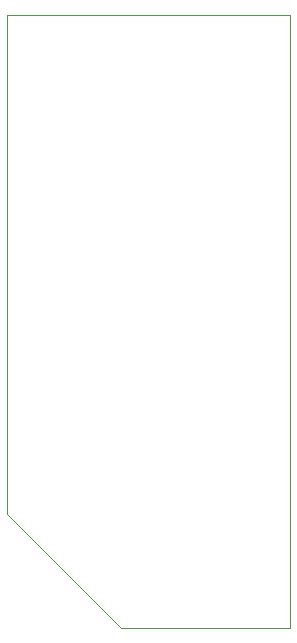
<source format=gbr>
%TF.GenerationSoftware,KiCad,Pcbnew,7.0.1*%
%TF.CreationDate,2023-04-17T09:27:04+12:00*%
%TF.ProjectId,MCT8329A-breakout,4d435438-3332-4394-912d-627265616b6f,1.0*%
%TF.SameCoordinates,Original*%
%TF.FileFunction,Profile,NP*%
%FSLAX46Y46*%
G04 Gerber Fmt 4.6, Leading zero omitted, Abs format (unit mm)*
G04 Created by KiCad (PCBNEW 7.0.1) date 2023-04-17 09:27:04*
%MOMM*%
%LPD*%
G01*
G04 APERTURE LIST*
%TA.AperFunction,Profile*%
%ADD10C,0.001000*%
%TD*%
G04 APERTURE END LIST*
D10*
X130720000Y-58260000D02*
X130720000Y-100550000D01*
X140330000Y-110160000D02*
X154660000Y-110160000D01*
X154660000Y-110160000D02*
X154660000Y-58260000D01*
X154660000Y-58260000D02*
X130720000Y-58260000D01*
X130720000Y-100550000D02*
X140330000Y-110160000D01*
M02*

</source>
